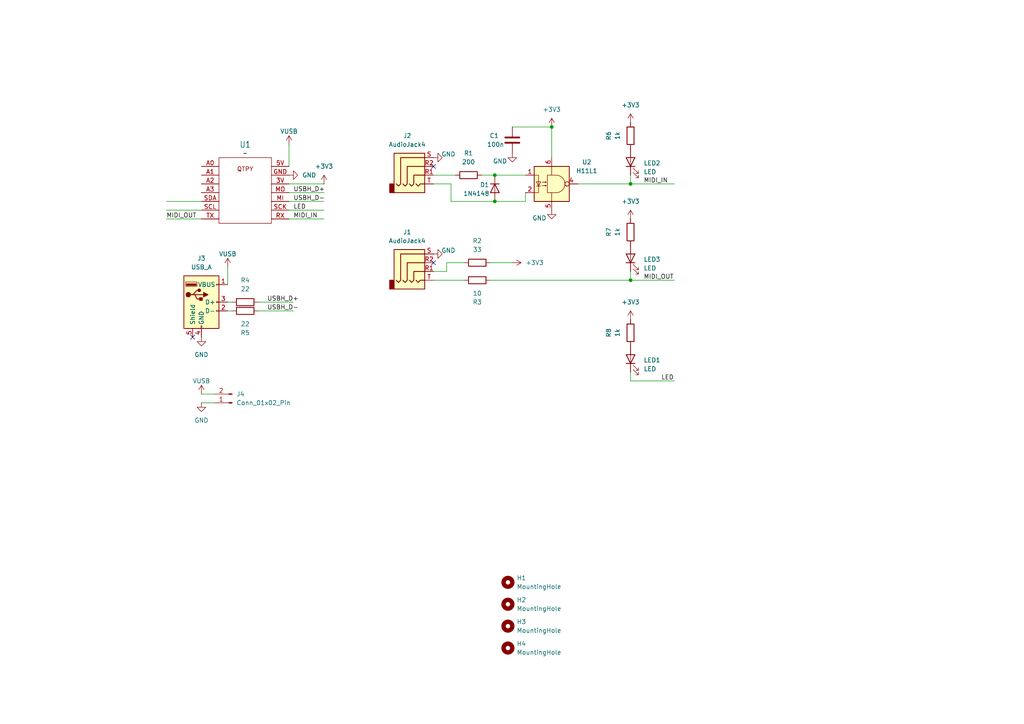
<source format=kicad_sch>
(kicad_sch (version 20231120) (generator "eeschema") (generator_version "8.0")
  (paper "A4")
  (lib_symbols
    (symbol "Connector:Conn_01x02_Pin" (pin_names (offset 1.016) hide)
      (property "Reference" "J" (at 0 2.54 0))
      (property "Value" "Conn_01x02_Pin" (at 0 -5.08 0))
      (symbol "Conn_01x02_Pin_1_1"
        (polyline (pts (xy 1.27 -2.54) (xy 0.8636 -2.54)) (stroke (width 0.1524)))
        (polyline (pts (xy 1.27 0) (xy 0.8636 0)) (stroke (width 0.1524)))
        (rectangle (start 0.8636 -2.413) (end 0 -2.667) (stroke (width 0.1524)) (fill (type outline)))
        (rectangle (start 0.8636 0.127) (end 0 -0.127) (stroke (width 0.1524)) (fill (type outline)))
        (pin passive line (at 5.08 0 180) (length 3.81) (name "Pin_1") (number "1"))
        (pin passive line (at 5.08 -2.54 180) (length 3.81) (name "Pin_2") (number "2"))
      )
    )
    (symbol "Connector:USB_A" (pin_names (offset 1.016))
      (property "Reference" "J" (at -5.08 11.43 0))
      (property "Value" "USB_A" (at -5.08 8.89 0))
      (symbol "USB_A_0_1"
        (rectangle (start -5.08 -7.62) (end 5.08 7.62) (stroke (width 0.254)) (fill (type background)))
        (circle (center -3.81 2.159) (radius 0.635) (stroke (width 0.254)) (fill (type outline)))
        (rectangle (start -1.524 4.826) (end -4.318 5.334) (fill (type outline)))
        (rectangle (start -1.27 4.572) (end -4.572 5.842))
        (circle (center -0.635 3.429) (radius 0.381) (stroke (width 0.254)) (fill (type outline)))
        (rectangle (start -0.127 -7.62) (end 0.127 -6.858))
        (polyline (pts (xy -3.175 2.159) (xy -2.54 2.159) (xy -1.27 3.429) (xy -0.635 3.429)) (stroke (width 0.254)))
        (polyline (pts (xy -2.54 2.159) (xy -1.905 2.159) (xy -1.27 0.889) (xy 0 0.889)) (stroke (width 0.254)))
        (polyline (pts (xy 0.635 2.794) (xy 0.635 1.524) (xy 1.905 2.159) (xy 0.635 2.794)) (stroke (width 0.254)) (fill (type outline)))
        (rectangle (start 0.254 1.27) (end -0.508 0.508) (stroke (width 0.254)) (fill (type outline)))
        (rectangle (start 5.08 -2.667) (end 4.318 -2.413))
        (rectangle (start 5.08 -0.127) (end 4.318 0.127))
        (rectangle (start 5.08 4.953) (end 4.318 5.207))
      )
      (symbol "USB_A_1_1"
        (polyline (pts (xy -1.905 2.159) (xy 0.635 2.159)) (stroke (width 0.254)))
        (pin power_in line (at 7.62 5.08 180) (length 2.54) (name "VBUS") (number "1"))
        (pin bidirectional line (at 7.62 -2.54 180) (length 2.54) (name "D-") (number "2"))
        (pin bidirectional line (at 7.62 0 180) (length 2.54) (name "D+") (number "3"))
        (pin power_in line (at 0 -10.16 90) (length 2.54) (name "GND") (number "4"))
        (pin passive line (at -2.54 -10.16 90) (length 2.54) (name "Shield") (number "5"))
      )
    )
    (symbol "Connector_Audio:AudioJack4"
      (property "Reference" "J" (at 0 8.89 0))
      (property "Value" "AudioJack4" (at 0 6.35 0))
      (symbol "AudioJack4_0_1"
        (rectangle (start -6.35 -5.08) (end -7.62 -7.62) (stroke (width 0.254)) (fill (type outline)))
        (polyline (pts (xy 0 -5.08) (xy 0.635 -5.715) (xy 1.27 -5.08) (xy 2.54 -5.08)) (stroke (width 0.254)))
        (polyline (pts (xy -5.715 -5.08) (xy -5.08 -5.715) (xy -4.445 -5.08) (xy -4.445 2.54) (xy 2.54 2.54)) (stroke (width 0.254)))
        (polyline (pts (xy -1.905 -5.08) (xy -1.27 -5.715) (xy -0.635 -5.08) (xy -0.635 -2.54) (xy 2.54 -2.54)) (stroke (width 0.254)))
        (polyline (pts (xy 2.54 0) (xy -2.54 0) (xy -2.54 -5.08) (xy -3.175 -5.715) (xy -3.81 -5.08)) (stroke (width 0.254)))
        (rectangle (start 2.54 3.81) (end -6.35 -7.62) (stroke (width 0.254)) (fill (type background)))
      )
      (symbol "AudioJack4_1_1"
        (pin passive line (at 5.08 -2.54 180) (length 2.54) (name "~") (number "R1"))
        (pin passive line (at 5.08 0 180) (length 2.54) (name "~") (number "R2"))
        (pin passive line (at 5.08 2.54 180) (length 2.54) (name "~") (number "S"))
        (pin passive line (at 5.08 -5.08 180) (length 2.54) (name "~") (number "T"))
      )
    )
    (symbol "Device:C" (pin_numbers hide) (pin_names (offset 0.254))
      (property "Reference" "C" (at 0.635 2.54 0))
      (property "Value" "C" (at 0.635 -2.54 0))
      (symbol "C_0_1"
        (polyline (pts (xy -2.032 -0.762) (xy 2.032 -0.762)) (stroke (width 0.508)))
        (polyline (pts (xy -2.032 0.762) (xy 2.032 0.762)) (stroke (width 0.508)))
      )
      (symbol "C_1_1"
        (pin passive line (at 0 3.81 270) (length 2.794) (name "~") (number "1"))
        (pin passive line (at 0 -3.81 90) (length 2.794) (name "~") (number "2"))
      )
    )
    (symbol "Device:D" (pin_numbers hide) (pin_names (offset 1.016) hide)
      (property "Reference" "D" (at 0 2.54 0))
      (property "Value" "D" (at 0 -2.54 0))
      (symbol "D_0_1"
        (polyline (pts (xy -1.27 1.27) (xy -1.27 -1.27)) (stroke (width 0.254)))
        (polyline (pts (xy 1.27 0) (xy -1.27 0)))
        (polyline (pts (xy 1.27 1.27) (xy 1.27 -1.27) (xy -1.27 0) (xy 1.27 1.27)) (stroke (width 0.254)))
      )
      (symbol "D_1_1"
        (pin passive line (at -3.81 0 0) (length 2.54) (name "K") (number "1"))
        (pin passive line (at 3.81 0 180) (length 2.54) (name "A") (number "2"))
      )
    )
    (symbol "Device:LED" (pin_numbers hide) (pin_names (offset 1.016) hide)
      (property "Reference" "D" (at 0 2.54 0))
      (property "Value" "LED" (at 0 -2.54 0))
      (symbol "LED_0_1"
        (polyline (pts (xy -1.27 -1.27) (xy -1.27 1.27)) (stroke (width 0.254)))
        (polyline (pts (xy -1.27 0) (xy 1.27 0)))
        (polyline (pts (xy 1.27 -1.27) (xy 1.27 1.27) (xy -1.27 0) (xy 1.27 -1.27)) (stroke (width 0.254)))
        (polyline (pts (xy -3.048 -0.762) (xy -4.572 -2.286) (xy -3.81 -2.286) (xy -4.572 -2.286) (xy -4.572 -1.524)))
        (polyline (pts (xy -1.778 -0.762) (xy -3.302 -2.286) (xy -2.54 -2.286) (xy -3.302 -2.286) (xy -3.302 -1.524)))
      )
      (symbol "LED_1_1"
        (pin passive line (at -3.81 0 0) (length 2.54) (name "K") (number "1"))
        (pin passive line (at 3.81 0 180) (length 2.54) (name "A") (number "2"))
      )
    )
    (symbol "Device:R" (pin_numbers hide) (pin_names (offset 0))
      (property "Reference" "R" (at 2.032 0 90))
      (property "Value" "R" (at 0 0 90))
      (symbol "R_0_1"
        (rectangle (start -1.016 -2.54) (end 1.016 2.54) (stroke (width 0.254)))
      )
      (symbol "R_1_1"
        (pin passive line (at 0 3.81 270) (length 1.27) (name "~") (number "1"))
        (pin passive line (at 0 -3.81 90) (length 1.27) (name "~") (number "2"))
      )
    )
    (symbol "Isolator:H11L1" (pin_names (offset 1.016))
      (property "Reference" "U" (at 1.27 8.89 0))
      (property "Value" "H11L1" (at 1.27 6.35 0))
      (symbol "H11L1_0_1"
        (rectangle (start -5.08 5.08) (end 5.08 -5.08) (stroke (width 0.254)) (fill (type background)))
        (polyline (pts (xy -4.445 -0.635) (xy -3.175 -0.635)))
        (polyline (pts (xy 0 2.54) (xy 0 5.08)))
        (polyline (pts (xy 0 -2.54) (xy 0 -5.08) (xy 0 -3.81)))
        (polyline (pts (xy -5.08 -2.54) (xy -3.81 -2.54) (xy -3.81 2.54) (xy -5.08 2.54)))
        (polyline (pts (xy -3.81 -0.635) (xy -4.445 0.635) (xy -3.175 0.635) (xy -3.81 -0.635)))
        (polyline (pts (xy 1.27 -2.54) (xy -1.27 -2.54) (xy -1.27 2.54) (xy 1.27 2.54)))
        (polyline (pts (xy -2.794 -0.508) (xy -1.524 -0.508) (xy -1.905 -0.635) (xy -1.905 -0.381) (xy -1.524 -0.508)))
        (polyline (pts (xy -2.794 0.508) (xy -1.524 0.508) (xy -1.905 0.381) (xy -1.905 0.635) (xy -1.524 0.508)))
        (arc (start 1.27 -2.54) (mid 3.799 0) (end 1.27 2.54))
      )
      (symbol "H11L1_1_1"
        (pin passive line (at -7.62 2.54 0) (length 2.54) (name "~") (number "1"))
        (pin passive line (at -7.62 -2.54 0) (length 2.54) (name "~") (number "2"))
        (pin no_connect line (at -5.08 0 0) (length 2.54) hide (name "~") (number "3"))
        (pin output inverted (at 7.62 0 180) (length 3.81) (name "~") (number "4"))
        (pin power_in line (at 0 -7.62 90) (length 2.54) (name "~") (number "5"))
        (pin power_in line (at 0 7.62 270) (length 2.54) (name "~") (number "6"))
      )
    )
    (symbol "Mechanical:MountingHole" (pin_names (offset 1.016)) (exclude_from_sim yes) (in_bom no)
      (property "Reference" "H" (at 0 5.08 0))
      (property "Value" "MountingHole" (at 0 3.175 0))
      (symbol "MountingHole_0_1"
        (circle (center 0 0) (radius 1.27) (stroke (width 1.27)))
      )
    )
    (symbol "SparkFun-PowerSymbol:VUSB" (power) (pin_names (offset 0))
      (property "Value" "VUSB" (at 0 3.81 0))
      (symbol "VUSB_0_1"
        (polyline (pts (xy -0.762 1.27) (xy 0 2.54)))
        (polyline (pts (xy 0 0) (xy 0 2.54)))
        (polyline (pts (xy 0 2.54) (xy 0.762 1.27)))
      )
      (symbol "VUSB_1_1"
        (pin power_in line (at 0 0 90) (length 0) hide (name "VUSB") (number "1"))
      )
    )
    (symbol "power:+3V3" (power) (pin_numbers hide) (pin_names (offset 0) hide)
      (property "Value" "+3V3" (at 0 3.556 0))
      (symbol "+3V3_0_1"
        (polyline (pts (xy -0.762 1.27) (xy 0 2.54)))
        (polyline (pts (xy 0 0) (xy 0 2.54)))
        (polyline (pts (xy 0 2.54) (xy 0.762 1.27)))
      )
      (symbol "+3V3_1_1"
        (pin power_in line (at 0 0 90) (length 0) (name "~") (number "1"))
      )
    )
    (symbol "power:GND" (power) (pin_numbers hide) (pin_names (offset 0) hide)
      (property "Value" "GND" (at 0 -3.81 0))
      (symbol "GND_0_1"
        (polyline (pts (xy 0 0) (xy 0 -1.27) (xy 1.27 -1.27) (xy 0 -2.54) (xy -1.27 -1.27) (xy 0 -1.27)))
      )
      (symbol "GND_1_1"
        (pin power_in line (at 0 0 270) (length 0) (name "~") (number "1"))
      )
    )
    (symbol "todbot_eagle2023:QTPY"
      (property "Reference" "U" (at -6.604 9.906 0))
      (symbol "QTPY_0_1"
        (rectangle (start -7.62 8.89) (end 7.62 -10.16))
      )
      (symbol "QTPY_1_0"
        (pin power_out line (at 12.7 1.27 180) (length 5.08) (name "3V") (number "3V"))
        (pin passive line (at 12.7 6.35 180) (length 5.08) (name "5V") (number "5V"))
        (pin passive line (at -12.7 6.35 0) (length 5.08) (name "A0") (number "A0"))
        (pin passive line (at -12.7 3.81 0) (length 5.08) (name "9") (number "A1"))
        (pin passive line (at -12.7 1.27 0) (length 5.08) (name "A2") (number "A2"))
        (pin passive line (at -12.7 -1.27 0) (length 5.08) (name "A3") (number "A3"))
        (pin power_in line (at 12.7 3.81 180) (length 5.08) (name "14") (number "GND"))
        (pin passive line (at 12.7 -3.81 180) (length 5.08) (name "MI") (number "MI"))
        (pin passive line (at 12.7 -1.27 180) (length 5.08) (name "MO") (number "MO"))
        (pin passive line (at 12.7 -8.89 180) (length 5.08) (name "RX") (number "RX"))
        (pin passive line (at 12.7 -6.35 180) (length 5.08) (name "SCK") (number "SCK"))
        (pin passive line (at -12.7 -6.35 0) (length 5.08) (name "SCL") (number "SCL"))
        (pin passive line (at -12.7 -3.81 0) (length 5.08) (name "SDA") (number "SDA"))
        (pin passive line (at -12.7 -8.89 0) (length 5.08) (name "TX") (number "TX"))
      )
      (symbol "QTPY_1_1"
        (text "QTPY" (at 0 5.588 0) (effects (font (size 1.27 1.27))))
      )
    )
  )
  (junction (at 143.51 50.8))
  (junction (at 143.51 58.42))
  (junction (at 182.88 53.34))
  (junction (at 160.02 36.83))
  (junction (at 182.88 81.28))
  (no_connect (at 55.88 97.79))
  (no_connect (at 125.73 48.26))
  (no_connect (at 125.73 76.2))
  (wire (pts (xy 129.54 78.74) (xy 129.54 76.2)))
  (wire (pts (xy 83.82 41.91) (xy 83.82 48.26)))
  (wire (pts (xy 182.88 81.28) (xy 195.58 81.28)))
  (wire (pts (xy 130.81 53.34) (xy 125.73 53.34)))
  (wire (pts (xy 152.4 58.42) (xy 152.4 55.88)))
  (wire (pts (xy 182.88 110.49) (xy 182.88 107.95)))
  (wire (pts (xy 58.42 116.84) (xy 62.23 116.84)))
  (wire (pts (xy 66.04 77.47) (xy 66.04 82.55)))
  (wire (pts (xy 182.88 50.8) (xy 182.88 53.34)))
  (wire (pts (xy 66.04 90.17) (xy 67.31 90.17)))
  (wire (pts (xy 125.73 78.74) (xy 129.54 78.74)))
  (wire (pts (xy 48.26 58.42) (xy 58.42 58.42)))
  (wire (pts (xy 48.26 60.96) (xy 58.42 60.96)))
  (wire (pts (xy 83.82 55.88) (xy 93.98 55.88)))
  (wire (pts (xy 83.82 53.34) (xy 93.98 53.34)))
  (wire (pts (xy 130.81 58.42) (xy 130.81 53.34)))
  (wire (pts (xy 83.82 63.5) (xy 93.98 63.5)))
  (wire (pts (xy 143.51 50.8) (xy 152.4 50.8)))
  (wire (pts (xy 74.93 90.17) (xy 85.09 90.17)))
  (wire (pts (xy 58.42 114.3) (xy 62.23 114.3)))
  (wire (pts (xy 139.7 50.8) (xy 143.51 50.8)))
  (wire (pts (xy 182.88 110.49) (xy 195.58 110.49)))
  (wire (pts (xy 148.59 36.83) (xy 160.02 36.83)))
  (wire (pts (xy 66.04 87.63) (xy 67.31 87.63)))
  (wire (pts (xy 143.51 58.42) (xy 130.81 58.42)))
  (wire (pts (xy 129.54 76.2) (xy 134.62 76.2)))
  (wire (pts (xy 125.73 81.28) (xy 134.62 81.28)))
  (wire (pts (xy 152.4 58.42) (xy 143.51 58.42)))
  (wire (pts (xy 125.73 50.8) (xy 132.08 50.8)))
  (wire (pts (xy 182.88 78.74) (xy 182.88 81.28)))
  (wire (pts (xy 182.88 53.34) (xy 195.58 53.34)))
  (wire (pts (xy 83.82 60.96) (xy 93.98 60.96)))
  (wire (pts (xy 167.64 53.34) (xy 182.88 53.34)))
  (wire (pts (xy 83.82 58.42) (xy 93.98 58.42)))
  (wire (pts (xy 142.24 81.28) (xy 182.88 81.28)))
  (wire (pts (xy 160.02 36.83) (xy 160.02 45.72)))
  (wire (pts (xy 48.26 63.5) (xy 58.42 63.5)))
  (wire (pts (xy 74.93 87.63) (xy 85.09 87.63)))
  (wire (pts (xy 142.24 76.2) (xy 148.59 76.2)))
  (label "MIDI_OUT" (at 48.26 63.5 0))
  (label "MIDI_IN" (at 85.09 63.5 0))
  (label "USBH_D+" (at 77.47 87.63 0))
  (label "LED" (at 191.77 110.49 0))
  (label "MIDI_IN" (at 186.69 53.34 0))
  (label "USBH_D-" (at 77.47 90.17 0))
  (label "USBH_D-" (at 85.09 58.42 0))
  (label "LED" (at 85.09 60.96 0))
  (label "USBH_D+" (at 85.09 55.88 0))
  (label "MIDI_OUT" (at 186.69 81.28 0))
  (symbol (lib_id "Connector_Audio:AudioJack4") (at 120.65 76.2 0) (unit 1)
    (property "Reference" "J1" (at 118.11 67.31 0))
    (property "Value" "AudioJack4" (at 118.11 69.85 0))
    (property "Footprint" "todbot_stuff:Jack_3.5mm_PJ320D_Horizontal" (effects (hide yes)))
    (property "Description" "Audio Jack, 4 Poles (TRRS)" (effects (hide yes)))
  )
  (symbol (lib_id "todbot_eagle2023:QTPY") (at 71.12 54.61 0) (unit 1)
    (property "Reference" "U1" (at 71.12 41.91 0) (effects (font (size 1.778 1.5113))))
    (property "Value" "~" (at 71.12 44.45 0) (effects (font (size 1.778 1.5113))))
    (property "Footprint" "todbot_eagle2023:QTPY_TH" (effects (hide yes)))
    (property "Description" "QTPY" (effects (hide yes)))
  )
  (symbol (lib_id "Device:R") (at 138.43 76.2 90) (mirror x) (unit 1)
    (property "Reference" "R2" (at 138.43 69.85 90))
    (property "Value" "33" (at 138.43 72.39 90))
    (property "Footprint" "Resistor_SMD:R_0805_2012Metric" (effects (hide yes)))
    (property "Description" "Resistor" (effects (hide yes)))
  )
  (symbol (lib_id "SparkFun-PowerSymbol:VUSB") (at 66.04 77.47 0) (unit 1)
    (property "Reference" "#PWR010" (effects (hide yes)))
    (property "Value" "VUSB" (at 66.04 73.66 0))
    (property "Description" "Power symbol creates a global label with name \"VUSB\"" (effects (hide yes)))
  )
  (symbol (lib_id "Mechanical:MountingHole") (at 147.32 187.96 0) (unit 1) (exclude_from_sim yes) (in_bom no)
    (property "Reference" "H4" (at 149.86 186.6899 0) (effects (justify left)))
    (property "Value" "MountingHole" (at 149.86 189.2299 0) (effects (justify left)))
    (property "Footprint" "MountingHole:MountingHole_2.7mm_M2.5" (effects (hide yes)))
    (property "Description" "Mounting Hole without connection" (effects (hide yes)))
  )
  (symbol (lib_id "power:GND") (at 125.73 73.66 90) (unit 1)
    (property "Reference" "#PWR02" (effects (hide yes)))
    (property "Value" "GND" (at 128.016 72.644 90) (effects (justify right)))
    (property "Description" "Power symbol creates a global label with name \"GND\" , ground" (effects (hide yes)))
  )
  (symbol (lib_id "power:+3V3") (at 160.02 36.83 0) (unit 1)
    (property "Reference" "#PWR05" (effects (hide yes)))
    (property "Value" "+3V3" (at 160.02 31.75 0))
    (property "Description" "Power symbol creates a global label with name \"+3V3\"" (effects (hide yes)))
  )
  (symbol (lib_id "Connector_Audio:AudioJack4") (at 120.65 48.26 0) (unit 1)
    (property "Reference" "J2" (at 118.11 39.37 0))
    (property "Value" "AudioJack4" (at 118.11 41.91 0))
    (property "Footprint" "todbot_stuff:Jack_3.5mm_PJ320D_Horizontal" (effects (hide yes)))
    (property "Description" "Audio Jack, 4 Poles (TRRS)" (effects (hide yes)))
  )
  (symbol (lib_id "Isolator:H11L1") (at 160.02 53.34 0) (unit 1)
    (property "Reference" "U2" (at 170.18 47.0214 0))
    (property "Value" "H11L1" (at 170.18 49.5614 0))
    (property "Footprint" "Package_DIP:DIP-6_W8.89mm_SMDSocket_LongPads" (effects (hide yes)))
    (property "Datasheet" "https://www.onsemi.com/pub/Collateral/H11L3M-D.PDF" (effects (hide yes)))
    (property "Description" "Schmitt Trigger Output Optocoupler, High Speed, DIP-6, 1.6mA turn on threshold" (effects (hide yes)))
  )
  (symbol (lib_id "Device:R") (at 182.88 67.31 0) (mirror x) (unit 1)
    (property "Reference" "R7" (at 176.53 67.31 90))
    (property "Value" "1k" (at 179.07 67.31 90))
    (property "Footprint" "Resistor_SMD:R_0805_2012Metric" (effects (hide yes)))
    (property "Description" "Resistor" (effects (hide yes)))
  )
  (symbol (lib_id "power:GND") (at 58.42 116.84 0) (unit 1)
    (property "Reference" "#PWR013" (effects (hide yes)))
    (property "Value" "GND" (at 58.42 121.92 0))
    (property "Description" "Power symbol creates a global label with name \"GND\" , ground" (effects (hide yes)))
  )
  (symbol (lib_id "Device:R") (at 135.89 50.8 90) (mirror x) (unit 1)
    (property "Reference" "R1" (at 135.89 44.45 90))
    (property "Value" "200" (at 135.89 46.99 90))
    (property "Footprint" "Resistor_SMD:R_0805_2012Metric" (effects (hide yes)))
    (property "Description" "Resistor" (effects (hide yes)))
  )
  (symbol (lib_id "SparkFun-PowerSymbol:VUSB") (at 58.42 114.3 0) (unit 1)
    (property "Reference" "#PWR012" (effects (hide yes)))
    (property "Value" "VUSB" (at 58.42 110.49 0))
    (property "Description" "Power symbol creates a global label with name \"VUSB\"" (effects (hide yes)))
  )
  (symbol (lib_id "Mechanical:MountingHole") (at 147.32 181.61 0) (unit 1) (exclude_from_sim yes) (in_bom no)
    (property "Reference" "H3" (at 149.86 180.3399 0) (effects (justify left)))
    (property "Value" "MountingHole" (at 149.86 182.8799 0) (effects (justify left)))
    (property "Footprint" "MountingHole:MountingHole_2.7mm_M2.5" (effects (hide yes)))
    (property "Description" "Mounting Hole without connection" (effects (hide yes)))
  )
  (symbol (lib_id "Device:R") (at 138.43 81.28 270) (mirror x) (unit 1)
    (property "Reference" "R3" (at 138.43 87.63 90))
    (property "Value" "10" (at 138.43 85.09 90))
    (property "Footprint" "Resistor_SMD:R_0805_2012Metric" (effects (hide yes)))
    (property "Description" "Resistor" (effects (hide yes)))
  )
  (symbol (lib_id "power:+3V3") (at 182.88 35.56 0) (unit 1)
    (property "Reference" "#PWR014" (effects (hide yes)))
    (property "Value" "+3V3" (at 182.88 30.48 0))
    (property "Description" "Power symbol creates a global label with name \"+3V3\"" (effects (hide yes)))
  )
  (symbol (lib_id "Mechanical:MountingHole") (at 147.32 175.26 0) (unit 1) (exclude_from_sim yes) (in_bom no)
    (property "Reference" "H2" (at 149.86 173.9899 0) (effects (justify left)))
    (property "Value" "MountingHole" (at 149.86 176.5299 0) (effects (justify left)))
    (property "Footprint" "MountingHole:MountingHole_2.7mm_M2.5" (effects (hide yes)))
    (property "Description" "Mounting Hole without connection" (effects (hide yes)))
  )
  (symbol (lib_id "Device:C") (at 148.59 40.64 0) (unit 1)
    (property "Reference" "C1" (at 141.986 39.37 0) (effects (justify left)))
    (property "Value" "100n" (at 141.224 41.91 0) (effects (justify left)))
    (property "Footprint" "Capacitor_SMD:C_0805_2012Metric" (effects (hide yes)))
    (property "Description" "Unpolarized capacitor" (effects (hide yes)))
  )
  (symbol (lib_id "Device:R") (at 71.12 90.17 270) (mirror x) (unit 1)
    (property "Reference" "R5" (at 71.12 96.52 90))
    (property "Value" "22" (at 71.12 93.98 90))
    (property "Footprint" "Resistor_SMD:R_0805_2012Metric" (effects (hide yes)))
    (property "Description" "Resistor" (effects (hide yes)))
  )
  (symbol (lib_id "Device:D") (at 143.51 54.61 270) (unit 1)
    (property "Reference" "D1" (at 139.192 53.594 90) (effects (justify left)))
    (property "Value" "1N4148" (at 134.366 56.134 90) (effects (justify left)))
    (property "Footprint" "Diode_SMD:D_SOD-123" (effects (hide yes)))
    (property "Description" "Diode" (effects (hide yes)))
    (property "Sim.Device" "D" (effects (hide yes)))
    (property "Sim.Pins" "1=K 2=A" (effects (hide yes)))
  )
  (symbol (lib_id "Device:LED") (at 182.88 46.99 90) (unit 1)
    (property "Reference" "LED2" (at 186.69 47.3074 90) (effects (justify right)))
    (property "Value" "LED" (at 186.69 49.8474 90) (effects (justify right)))
    (property "Footprint" "LED_SMD:LED_0805_2012Metric" (effects (hide yes)))
    (property "Description" "Light emitting diode" (effects (hide yes)))
  )
  (symbol (lib_id "Device:R") (at 182.88 39.37 0) (mirror x) (unit 1)
    (property "Reference" "R6" (at 176.53 39.37 90))
    (property "Value" "1k" (at 179.07 39.37 90))
    (property "Footprint" "Resistor_SMD:R_0805_2012Metric" (effects (hide yes)))
    (property "Description" "Resistor" (effects (hide yes)))
  )
  (symbol (lib_id "power:GND") (at 58.42 97.79 0) (unit 1)
    (property "Reference" "#PWR09" (effects (hide yes)))
    (property "Value" "GND" (at 58.42 102.87 0))
    (property "Description" "Power symbol creates a global label with name \"GND\" , ground" (effects (hide yes)))
  )
  (symbol (lib_id "SparkFun-PowerSymbol:VUSB") (at 83.82 41.91 0) (mirror y) (unit 1)
    (property "Reference" "#PWR011" (effects (hide yes)))
    (property "Value" "VUSB" (at 83.82 38.1 0))
    (property "Description" "Power symbol creates a global label with name \"VUSB_QT\"" (effects (hide yes)))
  )
  (symbol (lib_id "Device:LED") (at 182.88 74.93 90) (unit 1)
    (property "Reference" "LED3" (at 186.69 75.2474 90) (effects (justify right)))
    (property "Value" "LED" (at 186.69 77.7874 90) (effects (justify right)))
    (property "Footprint" "LED_SMD:LED_0805_2012Metric" (effects (hide yes)))
    (property "Description" "Light emitting diode" (effects (hide yes)))
  )
  (symbol (lib_id "power:GND") (at 125.73 45.72 90) (unit 1)
    (property "Reference" "#PWR01" (effects (hide yes)))
    (property "Value" "GND" (at 128.016 44.704 90) (effects (justify right)))
    (property "Description" "Power symbol creates a global label with name \"GND\" , ground" (effects (hide yes)))
  )
  (symbol (lib_id "power:+3V3") (at 182.88 63.5 0) (unit 1)
    (property "Reference" "#PWR015" (effects (hide yes)))
    (property "Value" "+3V3" (at 182.88 58.42 0))
    (property "Description" "Power symbol creates a global label with name \"+3V3\"" (effects (hide yes)))
  )
  (symbol (lib_id "power:GND") (at 83.82 50.8 90) (unit 1)
    (property "Reference" "#PWR07" (effects (hide yes)))
    (property "Value" "GND" (at 87.63 50.7999 90) (effects (justify right)))
    (property "Description" "Power symbol creates a global label with name \"GND\" , ground" (effects (hide yes)))
  )
  (symbol (lib_id "Connector:USB_A") (at 58.42 87.63 0) (unit 1)
    (property "Reference" "J3" (at 58.42 74.93 0))
    (property "Value" "USB_A" (at 58.42 77.47 0))
    (property "Footprint" "Connector_USB:USB_A_Receptacle_GCT_USB1046" (effects (hide yes)))
    (property "Datasheet" " ~" (effects (hide yes)))
    (property "Description" "USB Type A connector" (effects (hide yes)))
  )
  (symbol (lib_id "Device:R") (at 71.12 87.63 90) (mirror x) (unit 1)
    (property "Reference" "R4" (at 71.12 81.28 90))
    (property "Value" "22" (at 71.12 83.82 90))
    (property "Footprint" "Resistor_SMD:R_0805_2012Metric" (effects (hide yes)))
    (property "Description" "Resistor" (effects (hide yes)))
  )
  (symbol (lib_id "power:+3V3") (at 93.98 53.34 0) (unit 1)
    (property "Reference" "#PWR08" (effects (hide yes)))
    (property "Value" "+3V3" (at 93.98 48.26 0))
    (property "Description" "Power symbol creates a global label with name \"+3V3\"" (effects (hide yes)))
  )
  (symbol (lib_id "Mechanical:MountingHole") (at 147.32 168.91 0) (unit 1) (exclude_from_sim yes) (in_bom no)
    (property "Reference" "H1" (at 149.86 167.6399 0) (effects (justify left)))
    (property "Value" "MountingHole" (at 149.86 170.1799 0) (effects (justify left)))
    (property "Footprint" "MountingHole:MountingHole_2.7mm_M2.5" (effects (hide yes)))
    (property "Description" "Mounting Hole without connection" (effects (hide yes)))
  )
  (symbol (lib_id "power:+3V3") (at 182.88 92.71 0) (unit 1)
    (property "Reference" "#PWR016" (effects (hide yes)))
    (property "Value" "+3V3" (at 182.88 87.63 0))
    (property "Description" "Power symbol creates a global label with name \"+3V3\"" (effects (hide yes)))
  )
  (symbol (lib_id "power:GND") (at 160.02 60.96 0) (unit 1)
    (property "Reference" "#PWR06" (effects (hide yes)))
    (property "Value" "GND" (at 158.496 63.246 0) (effects (justify right)))
    (property "Description" "Power symbol creates a global label with name \"GND\" , ground" (effects (hide yes)))
  )
  (symbol (lib_id "power:+3V3") (at 148.59 76.2 270) (unit 1)
    (property "Reference" "#PWR04" (effects (hide yes)))
    (property "Value" "+3V3" (at 152.4 76.1999 90) (effects (justify left)))
    (property "Description" "Power symbol creates a global label with name \"+3V3\"" (effects (hide yes)))
  )
  (symbol (lib_id "Device:LED") (at 182.88 104.14 90) (unit 1)
    (property "Reference" "LED1" (at 186.69 104.4574 90) (effects (justify right)))
    (property "Value" "LED" (at 186.69 106.9974 90) (effects (justify right)))
    (property "Footprint" "LED_SMD:LED_0805_2012Metric" (effects (hide yes)))
    (property "Description" "Light emitting diode" (effects (hide yes)))
  )
  (symbol (lib_id "Connector:Conn_01x02_Pin") (at 67.31 116.84 180) (unit 1)
    (property "Reference" "J4" (at 68.58 114.2999 0) (effects (justify right)))
    (property "Value" "Conn_01x02_Pin" (at 68.58 116.8399 0) (effects (justify right)))
    (property "Footprint" "Connector_PinHeader_2.54mm:PinHeader_1x02_P2.54mm_Vertical" (effects (hide yes)))
    (property "Description" "Generic connector, single row, 01x02, script generated" (effects (hide yes)))
  )
  (symbol (lib_id "Device:R") (at 182.88 96.52 0) (mirror x) (unit 1)
    (property "Reference" "R8" (at 176.53 96.52 90))
    (property "Value" "1k" (at 179.07 96.52 90))
    (property "Footprint" "Resistor_SMD:R_0805_2012Metric" (effects (hide yes)))
    (property "Description" "Resistor" (effects (hide yes)))
  )
  (symbol (lib_id "power:GND") (at 148.59 44.45 0) (unit 1)
    (property "Reference" "#PWR03" (effects (hide yes)))
    (property "Value" "GND" (at 147.066 46.736 0) (effects (justify right)))
    (property "Description" "Power symbol creates a global label with name \"GND\" , ground" (effects (hide yes)))
  )
)
</source>
